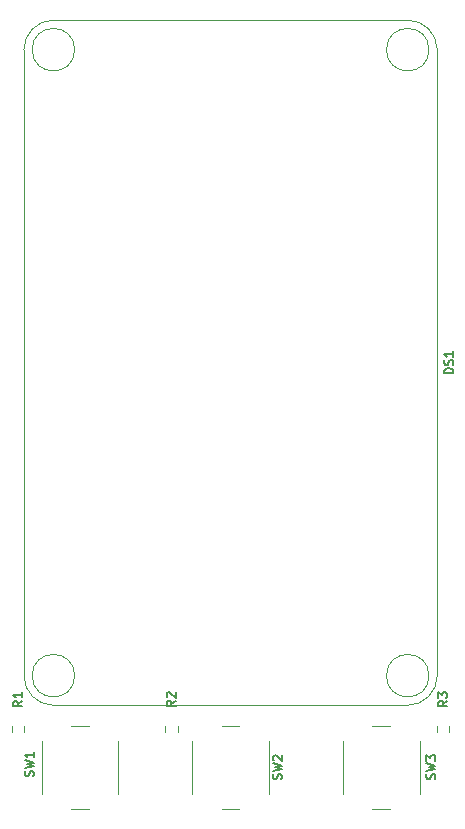
<source format=gbr>
%TF.GenerationSoftware,KiCad,Pcbnew,5.1.9*%
%TF.CreationDate,2020-12-25T23:56:19+01:00*%
%TF.ProjectId,reflow-oven,7265666c-6f77-42d6-9f76-656e2e6b6963,rev?*%
%TF.SameCoordinates,Original*%
%TF.FileFunction,Legend,Top*%
%TF.FilePolarity,Positive*%
%FSLAX46Y46*%
G04 Gerber Fmt 4.6, Leading zero omitted, Abs format (unit mm)*
G04 Created by KiCad (PCBNEW 5.1.9) date 2020-12-25 23:56:19*
%MOMM*%
%LPD*%
G01*
G04 APERTURE LIST*
%ADD10C,0.120000*%
%ADD11C,0.150000*%
G04 APERTURE END LIST*
D10*
%TO.C,R3*%
X17477500Y-27262742D02*
X17477500Y-27737258D01*
X18522500Y-27262742D02*
X18522500Y-27737258D01*
%TO.C,R2*%
X-5522500Y-27262742D02*
X-5522500Y-27737258D01*
X-4477500Y-27262742D02*
X-4477500Y-27737258D01*
%TO.C,R1*%
X-18522500Y-27262742D02*
X-18522500Y-27737258D01*
X-17477500Y-27262742D02*
X-17477500Y-27737258D01*
%TO.C,DS1*%
X-17500000Y30000000D02*
X-17500000Y-23000000D01*
X-15000000Y-25500000D02*
X15000000Y-25500000D01*
X17500000Y30000000D02*
X17500000Y-23000000D01*
X-15000000Y32500000D02*
X15000000Y32500000D01*
X-13197224Y30000000D02*
G75*
G03*
X-13197224Y30000000I-1802776J0D01*
G01*
X16802776Y30000000D02*
G75*
G03*
X16802776Y30000000I-1802776J0D01*
G01*
X16802776Y-23000000D02*
G75*
G03*
X16802776Y-23000000I-1802776J0D01*
G01*
X-13197224Y-23000000D02*
G75*
G03*
X-13197224Y-23000000I-1802776J0D01*
G01*
X-15000000Y-25500000D02*
G75*
G02*
X-17500000Y-23000000I0J2500000D01*
G01*
X17500000Y-23000000D02*
G75*
G02*
X15000000Y-25500000I-2500000J0D01*
G01*
X15000000Y32500000D02*
G75*
G02*
X17500000Y30000000I0J-2500000D01*
G01*
X-17500000Y30000000D02*
G75*
G02*
X-15000000Y32500000I2500000J0D01*
G01*
%TO.C,SW1*%
X-9500000Y-33000000D02*
X-9500000Y-28500000D01*
X-13500000Y-34250000D02*
X-12000000Y-34250000D01*
X-16000000Y-28500000D02*
X-16000000Y-33000000D01*
X-12000000Y-27250000D02*
X-13500000Y-27250000D01*
%TO.C,SW2*%
X750000Y-27250000D02*
X-750000Y-27250000D01*
X-3250000Y-28500000D02*
X-3250000Y-33000000D01*
X-750000Y-34250000D02*
X750000Y-34250000D01*
X3250000Y-33000000D02*
X3250000Y-28500000D01*
%TO.C,SW3*%
X16000000Y-33000000D02*
X16000000Y-28500000D01*
X12000000Y-34250000D02*
X13500000Y-34250000D01*
X9500000Y-28500000D02*
X9500000Y-33000000D01*
X13500000Y-27250000D02*
X12000000Y-27250000D01*
%TO.C,R3*%
D11*
X18339285Y-25125000D02*
X17982142Y-25375000D01*
X18339285Y-25553571D02*
X17589285Y-25553571D01*
X17589285Y-25267857D01*
X17625000Y-25196428D01*
X17660714Y-25160714D01*
X17732142Y-25125000D01*
X17839285Y-25125000D01*
X17910714Y-25160714D01*
X17946428Y-25196428D01*
X17982142Y-25267857D01*
X17982142Y-25553571D01*
X17589285Y-24875000D02*
X17589285Y-24410714D01*
X17875000Y-24660714D01*
X17875000Y-24553571D01*
X17910714Y-24482142D01*
X17946428Y-24446428D01*
X18017857Y-24410714D01*
X18196428Y-24410714D01*
X18267857Y-24446428D01*
X18303571Y-24482142D01*
X18339285Y-24553571D01*
X18339285Y-24767857D01*
X18303571Y-24839285D01*
X18267857Y-24875000D01*
%TO.C,R2*%
X-4660714Y-25125000D02*
X-5017857Y-25375000D01*
X-4660714Y-25553571D02*
X-5410714Y-25553571D01*
X-5410714Y-25267857D01*
X-5375000Y-25196428D01*
X-5339285Y-25160714D01*
X-5267857Y-25125000D01*
X-5160714Y-25125000D01*
X-5089285Y-25160714D01*
X-5053571Y-25196428D01*
X-5017857Y-25267857D01*
X-5017857Y-25553571D01*
X-5339285Y-24839285D02*
X-5375000Y-24803571D01*
X-5410714Y-24732142D01*
X-5410714Y-24553571D01*
X-5375000Y-24482142D01*
X-5339285Y-24446428D01*
X-5267857Y-24410714D01*
X-5196428Y-24410714D01*
X-5089285Y-24446428D01*
X-4660714Y-24875000D01*
X-4660714Y-24410714D01*
%TO.C,R1*%
X-17660714Y-25125000D02*
X-18017857Y-25375000D01*
X-17660714Y-25553571D02*
X-18410714Y-25553571D01*
X-18410714Y-25267857D01*
X-18375000Y-25196428D01*
X-18339285Y-25160714D01*
X-18267857Y-25125000D01*
X-18160714Y-25125000D01*
X-18089285Y-25160714D01*
X-18053571Y-25196428D01*
X-18017857Y-25267857D01*
X-18017857Y-25553571D01*
X-17660714Y-24410714D02*
X-17660714Y-24839285D01*
X-17660714Y-24625000D02*
X-18410714Y-24625000D01*
X-18303571Y-24696428D01*
X-18232142Y-24767857D01*
X-18196428Y-24839285D01*
%TO.C,DS1*%
X18839285Y2589285D02*
X18089285Y2589285D01*
X18089285Y2767857D01*
X18125000Y2875000D01*
X18196428Y2946428D01*
X18267857Y2982142D01*
X18410714Y3017857D01*
X18517857Y3017857D01*
X18660714Y2982142D01*
X18732142Y2946428D01*
X18803571Y2875000D01*
X18839285Y2767857D01*
X18839285Y2589285D01*
X18803571Y3303571D02*
X18839285Y3410714D01*
X18839285Y3589285D01*
X18803571Y3660714D01*
X18767857Y3696428D01*
X18696428Y3732142D01*
X18625000Y3732142D01*
X18553571Y3696428D01*
X18517857Y3660714D01*
X18482142Y3589285D01*
X18446428Y3446428D01*
X18410714Y3375000D01*
X18375000Y3339285D01*
X18303571Y3303571D01*
X18232142Y3303571D01*
X18160714Y3339285D01*
X18125000Y3375000D01*
X18089285Y3446428D01*
X18089285Y3625000D01*
X18125000Y3732142D01*
X18839285Y4446428D02*
X18839285Y4017857D01*
X18839285Y4232142D02*
X18089285Y4232142D01*
X18196428Y4160714D01*
X18267857Y4089285D01*
X18303571Y4017857D01*
%TO.C,SW1*%
X-16696428Y-31500000D02*
X-16660714Y-31392857D01*
X-16660714Y-31214285D01*
X-16696428Y-31142857D01*
X-16732142Y-31107142D01*
X-16803571Y-31071428D01*
X-16875000Y-31071428D01*
X-16946428Y-31107142D01*
X-16982142Y-31142857D01*
X-17017857Y-31214285D01*
X-17053571Y-31357142D01*
X-17089285Y-31428571D01*
X-17125000Y-31464285D01*
X-17196428Y-31500000D01*
X-17267857Y-31500000D01*
X-17339285Y-31464285D01*
X-17375000Y-31428571D01*
X-17410714Y-31357142D01*
X-17410714Y-31178571D01*
X-17375000Y-31071428D01*
X-17410714Y-30821428D02*
X-16660714Y-30642857D01*
X-17196428Y-30500000D01*
X-16660714Y-30357142D01*
X-17410714Y-30178571D01*
X-16660714Y-29500000D02*
X-16660714Y-29928571D01*
X-16660714Y-29714285D02*
X-17410714Y-29714285D01*
X-17303571Y-29785714D01*
X-17232142Y-29857142D01*
X-17196428Y-29928571D01*
%TO.C,SW2*%
X4303571Y-31750000D02*
X4339285Y-31642857D01*
X4339285Y-31464285D01*
X4303571Y-31392857D01*
X4267857Y-31357142D01*
X4196428Y-31321428D01*
X4125000Y-31321428D01*
X4053571Y-31357142D01*
X4017857Y-31392857D01*
X3982142Y-31464285D01*
X3946428Y-31607142D01*
X3910714Y-31678571D01*
X3875000Y-31714285D01*
X3803571Y-31750000D01*
X3732142Y-31750000D01*
X3660714Y-31714285D01*
X3625000Y-31678571D01*
X3589285Y-31607142D01*
X3589285Y-31428571D01*
X3625000Y-31321428D01*
X3589285Y-31071428D02*
X4339285Y-30892857D01*
X3803571Y-30750000D01*
X4339285Y-30607142D01*
X3589285Y-30428571D01*
X3660714Y-30178571D02*
X3625000Y-30142857D01*
X3589285Y-30071428D01*
X3589285Y-29892857D01*
X3625000Y-29821428D01*
X3660714Y-29785714D01*
X3732142Y-29750000D01*
X3803571Y-29750000D01*
X3910714Y-29785714D01*
X4339285Y-30214285D01*
X4339285Y-29750000D01*
%TO.C,SW3*%
X17303571Y-31750000D02*
X17339285Y-31642857D01*
X17339285Y-31464285D01*
X17303571Y-31392857D01*
X17267857Y-31357142D01*
X17196428Y-31321428D01*
X17125000Y-31321428D01*
X17053571Y-31357142D01*
X17017857Y-31392857D01*
X16982142Y-31464285D01*
X16946428Y-31607142D01*
X16910714Y-31678571D01*
X16875000Y-31714285D01*
X16803571Y-31750000D01*
X16732142Y-31750000D01*
X16660714Y-31714285D01*
X16625000Y-31678571D01*
X16589285Y-31607142D01*
X16589285Y-31428571D01*
X16625000Y-31321428D01*
X16589285Y-31071428D02*
X17339285Y-30892857D01*
X16803571Y-30750000D01*
X17339285Y-30607142D01*
X16589285Y-30428571D01*
X16589285Y-30214285D02*
X16589285Y-29750000D01*
X16875000Y-30000000D01*
X16875000Y-29892857D01*
X16910714Y-29821428D01*
X16946428Y-29785714D01*
X17017857Y-29750000D01*
X17196428Y-29750000D01*
X17267857Y-29785714D01*
X17303571Y-29821428D01*
X17339285Y-29892857D01*
X17339285Y-30107142D01*
X17303571Y-30178571D01*
X17267857Y-30214285D01*
%TD*%
M02*

</source>
